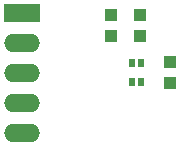
<source format=gtp>
G04 #@! TF.FileFunction,Paste,Top*
%FSLAX46Y46*%
G04 Gerber Fmt 4.6, Leading zero omitted, Abs format (unit mm)*
G04 Created by KiCad (PCBNEW 4.0.1-stable) date 2017/04/29 17:49:22*
%MOMM*%
G01*
G04 APERTURE LIST*
%ADD10C,0.050000*%
%ADD11R,1.079500X1.049020*%
%ADD12R,3.048000X1.524000*%
%ADD13O,3.048000X1.524000*%
%ADD14R,0.522000X0.725000*%
G04 APERTURE END LIST*
D10*
D11*
X154500000Y-108373760D03*
X154500000Y-106626240D03*
D12*
X142000000Y-102420000D03*
D13*
X142000000Y-104960000D03*
X142000000Y-107500000D03*
X142000000Y-110040000D03*
X142000000Y-112580000D03*
D11*
X149500000Y-104373760D03*
X149500000Y-102626240D03*
X152000000Y-102626240D03*
X152000000Y-104373760D03*
D14*
X151252000Y-106662500D03*
X151252000Y-108337500D03*
X152074000Y-108337500D03*
X152074000Y-106662500D03*
M02*

</source>
